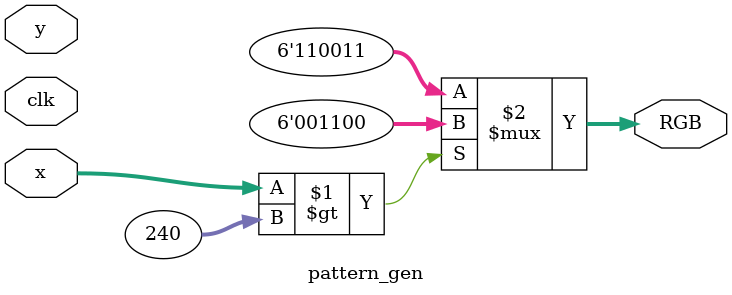
<source format=v>
module pattern_gen (
     input wire          clk,
	 input wire   [9:0]   y,
     input wire   [9:0]   x,
     output wire [5:0]   RGB 
);  

	assign RGB = (x > 240) ? 6'b001100 : 6'b110011; 
	
endmodule  
</source>
